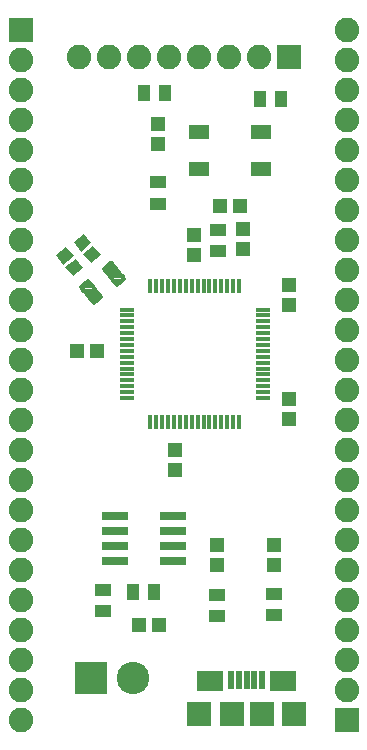
<source format=gbr>
G04 EAGLE Gerber X2 export*
G75*
%MOMM*%
%FSLAX34Y34*%
%LPD*%
%AMOC8*
5,1,8,0,0,1.08239X$1,22.5*%
G01*
%ADD10R,1.403200X1.003200*%
%ADD11R,1.753200X1.203200*%
%ADD12C,2.743200*%
%ADD13R,2.743200X2.743200*%
%ADD14R,2.082800X2.082800*%
%ADD15C,2.082800*%
%ADD16R,1.203200X0.423200*%
%ADD17R,0.423200X1.203200*%
%ADD18R,0.553200X1.603200*%
%ADD19R,2.003200X2.103200*%
%ADD20R,2.103200X2.103200*%
%ADD21R,2.303200X1.803200*%
%ADD22R,1.203200X1.303200*%
%ADD23C,0.360959*%
%ADD24R,1.003200X1.403200*%
%ADD25R,1.003200X1.103200*%
%ADD26R,1.303200X1.203200*%
%ADD27R,2.184400X0.762000*%


D10*
X179500Y119600D03*
X179500Y101600D03*
D11*
X217250Y480000D03*
X164750Y480000D03*
X217250Y512000D03*
X164750Y512000D03*
D12*
X108500Y49000D03*
D13*
X73500Y49000D03*
D14*
X241000Y575100D03*
D15*
X215600Y575100D03*
X190200Y575100D03*
X164800Y575100D03*
X139400Y575100D03*
X114000Y575100D03*
X88600Y575100D03*
X63200Y575100D03*
D16*
X103500Y326300D03*
X103500Y321300D03*
X103500Y336300D03*
X103500Y346300D03*
X103500Y356300D03*
X103500Y331300D03*
X103500Y341300D03*
X103500Y351300D03*
X103500Y361300D03*
X103500Y311300D03*
X103500Y301300D03*
X103500Y291300D03*
X103500Y286300D03*
X103500Y296300D03*
X103500Y306300D03*
X103500Y316300D03*
D17*
X158500Y266300D03*
X163500Y266300D03*
X148500Y266300D03*
X138500Y266300D03*
X128500Y266300D03*
X153500Y266300D03*
X143500Y266300D03*
X133500Y266300D03*
X123500Y266300D03*
X173500Y266300D03*
X183500Y266300D03*
X193500Y266300D03*
X198500Y266300D03*
X188500Y266300D03*
X178500Y266300D03*
X168500Y266300D03*
D16*
X218500Y321300D03*
X218500Y326300D03*
X218500Y311300D03*
X218500Y301300D03*
X218500Y291300D03*
X218500Y316300D03*
X218500Y306300D03*
X218500Y296300D03*
X218500Y286300D03*
X218500Y336300D03*
X218500Y346300D03*
X218500Y356300D03*
X218500Y361300D03*
X218500Y351300D03*
X218500Y341300D03*
X218500Y331300D03*
D17*
X163500Y381300D03*
X158500Y381300D03*
X173500Y381300D03*
X183500Y381300D03*
X193500Y381300D03*
X168500Y381300D03*
X178500Y381300D03*
X188500Y381300D03*
X198500Y381300D03*
X148500Y381300D03*
X138500Y381300D03*
X128500Y381300D03*
X123500Y381300D03*
X133500Y381300D03*
X143500Y381300D03*
X153500Y381300D03*
D18*
X192000Y47500D03*
X218000Y47500D03*
X198500Y47500D03*
X205000Y47500D03*
X211500Y47500D03*
D19*
X165000Y19000D03*
X245000Y19000D03*
D20*
X192300Y19000D03*
X217700Y19000D03*
D21*
X174000Y46500D03*
X236000Y46500D03*
D22*
X179500Y162100D03*
X179500Y145100D03*
D23*
X82040Y371814D02*
X71077Y385352D01*
X82040Y371814D02*
X75495Y366514D01*
X64532Y380052D01*
X71077Y385352D01*
X72572Y370123D02*
X79952Y370123D01*
X80487Y373732D02*
X69650Y373732D01*
X66727Y377341D02*
X77564Y377341D01*
X74642Y380950D02*
X65641Y380950D01*
X70098Y384559D02*
X71719Y384559D01*
X90505Y401086D02*
X101468Y387548D01*
X94923Y382248D01*
X83960Y395786D01*
X90505Y401086D01*
X92000Y385857D02*
X99380Y385857D01*
X99915Y389466D02*
X89078Y389466D01*
X86155Y393075D02*
X96992Y393075D01*
X94070Y396684D02*
X85069Y396684D01*
X89526Y400293D02*
X91147Y400293D01*
D24*
X216000Y539500D03*
X234000Y539500D03*
D25*
G36*
X60095Y404273D02*
X66408Y396478D01*
X57835Y389535D01*
X51522Y397330D01*
X60095Y404273D01*
G37*
G36*
X52165Y414065D02*
X58478Y406270D01*
X49905Y399327D01*
X43592Y407122D01*
X52165Y414065D01*
G37*
G36*
X75095Y415273D02*
X81408Y407478D01*
X72835Y400535D01*
X66522Y408330D01*
X75095Y415273D01*
G37*
G36*
X67165Y425065D02*
X73478Y417270D01*
X64905Y410327D01*
X58592Y418122D01*
X67165Y425065D01*
G37*
D10*
X181000Y411000D03*
X181000Y429000D03*
D22*
X144000Y242300D03*
X144000Y225300D03*
X240800Y285500D03*
X240800Y268500D03*
X241000Y365300D03*
X241000Y382300D03*
X160000Y407500D03*
X160000Y424500D03*
D26*
X78407Y325882D03*
X61407Y325882D03*
X182500Y449000D03*
X199500Y449000D03*
D22*
X202000Y412500D03*
X202000Y429500D03*
D27*
X142778Y148230D03*
X142778Y160930D03*
X142778Y173630D03*
X142778Y186330D03*
X93502Y186330D03*
X93502Y173630D03*
X93502Y160930D03*
X93502Y148230D03*
D24*
X108860Y122320D03*
X126860Y122320D03*
D22*
X228000Y162300D03*
X228000Y145300D03*
D10*
X228000Y120800D03*
X228000Y102800D03*
D15*
X14000Y394900D03*
X14000Y369500D03*
X14000Y344100D03*
X14000Y318700D03*
X14000Y293300D03*
X14000Y267900D03*
X14000Y242500D03*
X14000Y217100D03*
X14000Y191700D03*
X14000Y166300D03*
X14000Y140900D03*
X14000Y115500D03*
X14000Y90100D03*
X14000Y64700D03*
X14000Y39300D03*
X14000Y13900D03*
D14*
X14000Y598100D03*
D15*
X14000Y572700D03*
X14000Y547300D03*
X14000Y521900D03*
X14000Y496500D03*
X14000Y471100D03*
X14000Y445700D03*
X14000Y420300D03*
X289590Y217100D03*
X289590Y242500D03*
X289590Y267900D03*
X289590Y293300D03*
X289590Y318700D03*
X289590Y344100D03*
X289590Y369500D03*
X289590Y394900D03*
X289590Y420300D03*
X289590Y445700D03*
X289590Y471100D03*
X289590Y496500D03*
X289590Y521900D03*
X289590Y547300D03*
X289590Y572700D03*
X289590Y598100D03*
D14*
X289590Y13900D03*
D15*
X289590Y39300D03*
X289590Y64700D03*
X289590Y90100D03*
X289590Y115500D03*
X289590Y140900D03*
X289590Y166300D03*
X289590Y191700D03*
D24*
X118000Y544800D03*
X136000Y544800D03*
D26*
X130500Y94000D03*
X113500Y94000D03*
D10*
X83000Y106000D03*
X83000Y124000D03*
D22*
X130000Y518500D03*
X130000Y501500D03*
D10*
X130000Y469000D03*
X130000Y451000D03*
M02*

</source>
